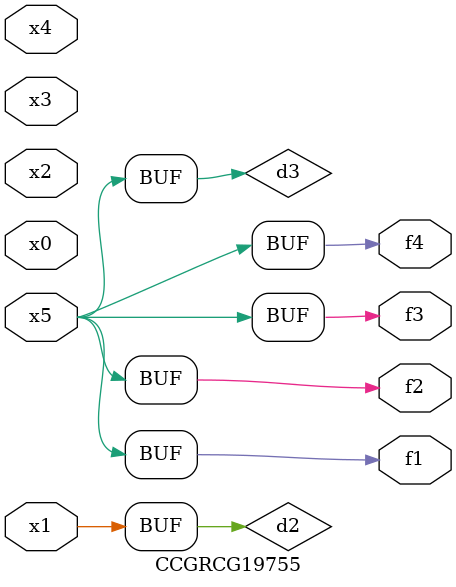
<source format=v>
module CCGRCG19755(
	input x0, x1, x2, x3, x4, x5,
	output f1, f2, f3, f4
);

	wire d1, d2, d3;

	not (d1, x5);
	or (d2, x1);
	xnor (d3, d1);
	assign f1 = d3;
	assign f2 = d3;
	assign f3 = d3;
	assign f4 = d3;
endmodule

</source>
